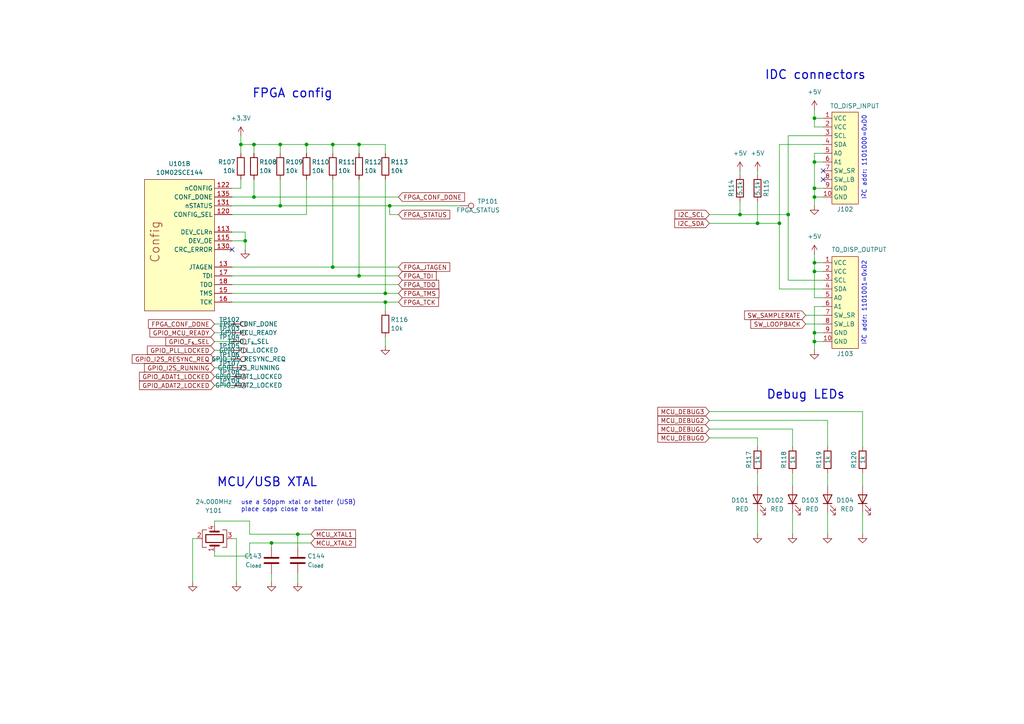
<source format=kicad_sch>
(kicad_sch (version 20250114) (generator "eeschema") (generator_version "9.0")
  (paper "A4")
  (title_block (title "16-in, 16-out USB <-> ADAT interface") (date "2025-09-29") (rev "1.0a") (company "Rethera") (comment 1 "Drawn by Łukasz Świszcz"))
  (lib_symbols
    (symbol "Connector:TestPoint" (pin_numbers (hide yes)) (pin_names (offset 0.762) (hide yes))
      (property "Reference" "TP" (at 0 6.858 0))
      (property "Value" "TestPoint" (at 0 5.08 0))
      (symbol "TestPoint_0_1"
        (circle (center 0 3.302) (radius 0.762))
      )
      (symbol "TestPoint_1_1"
        (pin passive line (at 0 0 90) (length 2.54) (name "1") (number "1"))
      )
    )
    (symbol "Connector_Display_1"
      (property "Reference" "J" (at 0 -12.446 0))
      (symbol "Connector_Display_1_1_1"
        (rectangle (start -3.81 15.748) (end 3.81 -10.922) (fill (type background)))
        (pin power_in line (at -6.35 13.97 0) (length 2.54) (name "VCC") (number "1"))
        (pin power_in line (at -6.35 11.43 0) (length 2.54) (name "VCC") (number "2"))
        (pin bidirectional line (at -6.35 8.89 0) (length 2.54) (name "SCL") (number "3"))
        (pin bidirectional line (at -6.35 6.35 0) (length 2.54) (name "SDA") (number "4"))
        (pin bidirectional line (at -6.35 3.81 0) (length 2.54) (name "A0") (number "5"))
        (pin bidirectional line (at -6.35 1.27 0) (length 2.54) (name "A1") (number "6"))
        (pin bidirectional line (at -6.35 -1.27 0) (length 2.54) (name "SW_SR") (number "7"))
        (pin bidirectional line (at -6.35 -3.81 0) (length 2.54) (name "SW_LB") (number "8"))
        (pin power_in line (at -6.35 -6.35 0) (length 2.54) (name "GND") (number "9"))
        (pin power_in line (at -6.35 -8.89 0) (length 2.54) (name "GND") (number "10"))
      )
    )
    (symbol "Device:C" (pin_numbers (hide yes)) (pin_names (offset 0.254))
      (property "Reference" "C" (at 0.635 2.54 0))
      (property "Value" "C" (at 0.635 -2.54 0))
      (symbol "C_0_1"
        (polyline (pts (xy -2.032 0.762) (xy 2.032 0.762)) (stroke (width 0.508)))
        (polyline (pts (xy -2.032 -0.762) (xy 2.032 -0.762)) (stroke (width 0.508)))
      )
      (symbol "C_1_1"
        (pin passive line (at 0 3.81 270) (length 2.794) (name "~") (number "1"))
        (pin passive line (at 0 -3.81 90) (length 2.794) (name "~") (number "2"))
      )
    )
    (symbol "Device:Crystal_GND23" (pin_names (offset 1.016) (hide yes))
      (property "Reference" "Y" (at 3.175 5.08 0))
      (property "Value" "Crystal_GND23" (at 3.175 3.175 0))
      (symbol "Crystal_GND23_0_1"
        (polyline (pts (xy -2.54 2.286) (xy -2.54 3.556) (xy 2.54 3.556) (xy 2.54 2.286)))
        (polyline (pts (xy -2.54 0) (xy -2.032 0)))
        (polyline (pts (xy -2.54 -2.286) (xy -2.54 -3.556) (xy 2.54 -3.556) (xy 2.54 -2.286)))
        (polyline (pts (xy -2.032 -1.27) (xy -2.032 1.27)) (stroke (width 0.508)))
        (rectangle (start -1.143 2.54) (end 1.143 -2.54) (stroke (width 0.3048)))
        (polyline (pts (xy 0 3.556) (xy 0 3.81)))
        (polyline (pts (xy 0 -3.81) (xy 0 -3.556)))
        (polyline (pts (xy 2.032 0) (xy 2.54 0)))
        (polyline (pts (xy 2.032 -1.27) (xy 2.032 1.27)) (stroke (width 0.508)))
      )
      (symbol "Crystal_GND23_1_1"
        (pin passive line (at -3.81 0 0) (length 1.27) (name "1") (number "1"))
        (pin passive line (at 0 5.08 270) (length 1.27) (name "2") (number "2"))
        (pin passive line (at 0 -5.08 90) (length 1.27) (name "3") (number "3"))
        (pin passive line (at 3.81 0 180) (length 1.27) (name "4") (number "4"))
      )
    )
    (symbol "Device:LED" (pin_numbers (hide yes)) (pin_names (offset 1.016) (hide yes))
      (property "Reference" "D" (at 0 2.54 0))
      (property "Value" "LED" (at 0 -2.54 0))
      (symbol "LED_0_1"
        (polyline (pts (xy -3.048 -0.762) (xy -4.572 -2.286) (xy -3.81 -2.286) (xy -4.572 -2.286) (xy -4.572 -1.524)))
        (polyline (pts (xy -1.778 -0.762) (xy -3.302 -2.286) (xy -2.54 -2.286) (xy -3.302 -2.286) (xy -3.302 -1.524)))
        (polyline (pts (xy -1.27 0) (xy 1.27 0)))
        (polyline (pts (xy -1.27 -1.27) (xy -1.27 1.27)) (stroke (width 0.254)))
        (polyline (pts (xy 1.27 -1.27) (xy 1.27 1.27) (xy -1.27 0) (xy 1.27 -1.27)) (stroke (width 0.254)))
      )
      (symbol "LED_1_1"
        (pin passive line (at -3.81 0 0) (length 2.54) (name "K") (number "1"))
        (pin passive line (at 3.81 0 180) (length 2.54) (name "A") (number "2"))
      )
    )
    (symbol "Device:R" (pin_numbers (hide yes)) (pin_names (offset 0))
      (property "Reference" "R" (at 2.032 0 90))
      (property "Value" "R" (at 0 0 90))
      (symbol "R_0_1"
        (rectangle (start -1.016 -2.54) (end 1.016 2.54) (stroke (width 0.254)))
      )
      (symbol "R_1_1"
        (pin passive line (at 0 3.81 270) (length 1.27) (name "~") (number "1"))
        (pin passive line (at 0 -3.81 90) (length 1.27) (name "~") (number "2"))
      )
    )
    (symbol "adatv2:10M02SCE144"
      (property "Reference" "U" (at 0 57.15 0))
      (property "Value" "10M02SCE144" (at 0 54.864 0))
      (symbol "10M02SCE144_1_0"
        (pin power_in line (at -33.02 15.24 0) (length 5.08) (name "VCCIO1") (number "22"))
        (pin power_in line (at -33.02 12.7 0) (length 5.08) (name "VCCIO1") (number "12"))
        (pin power_in line (at -33.02 10.16 0) (length 5.08) (name "VCCIO2") (number "29"))
        (pin power_in line (at -33.02 7.62 0) (length 5.08) (name "VCCIO3") (number "64"))
        (pin power_in line (at -33.02 5.08 0) (length 5.08) (name "VCCIO3") (number "56"))
        (pin power_in line (at -33.02 2.54 0) (length 5.08) (name "VCCIO3") (number "43"))
        (pin power_in line (at -33.02 0 0) (length 5.08) (name "VCCIO5") (number "82"))
        (pin power_in line (at -33.02 -2.54 0) (length 5.08) (name "VCCIO6") (number "93"))
        (pin power_in line (at -33.02 -5.08 0) (length 5.08) (name "VCCIO6") (number "102"))
        (pin power_in line (at -33.02 -7.62 0) (length 5.08) (name "VCCIO8") (number "136"))
        (pin power_in line (at -33.02 -10.16 0) (length 5.08) (name "VCCIO8") (number "121"))
        (pin power_in line (at -33.02 -12.7 0) (length 5.08) (name "VCCIO8") (number "111"))
        (pin power_in line (at -17.78 -22.86 90) (length 5.08) (name "GND") (number "104"))
        (pin power_in line (at -15.24 -22.86 90) (length 5.08) (name "GND") (number "11"))
        (pin power_in line (at -13.97 25.4 270) (length 5.08) (name "VCC_ONE") (number "73"))
        (pin power_in line (at -12.7 -22.86 90) (length 5.08) (name "GND") (number "110"))
        (pin power_in line (at -11.43 25.4 270) (length 5.08) (name "VCC_ONE") (number "72"))
        (pin power_in line (at -10.16 -22.86 90) (length 5.08) (name "GND") (number "119"))
        (pin power_in line (at -8.89 25.4 270) (length 5.08) (name "VCC_ONE") (number "58"))
        (pin power_in line (at -7.62 -22.86 90) (length 5.08) (name "GND") (number "133"))
        (pin power_in line (at -6.35 25.4 270) (length 5.08) (name "VCC_ONE") (number "37"))
        (pin power_in line (at -5.08 -22.86 90) (length 5.08) (name "GND") (number "143"))
        (pin power_in line (at -3.81 25.4 270) (length 5.08) (name "VCC_ONE") (number "36"))
        (pin power_in line (at -2.54 -22.86 90) (length 5.08) (name "GND") (number "20"))
        (pin power_in line (at -1.27 25.4 270) (length 5.08) (name "VCC_ONE") (number "144"))
        (pin power_in line (at 0 -22.86 90) (length 5.08) (name "GND") (number "30"))
        (pin power_in line (at 1.27 25.4 270) (length 5.08) (name "VCC_ONE") (number "142"))
        (pin power_in line (at 2.54 -22.86 90) (length 5.08) (name "GND") (number "38"))
        (pin power_in line (at 3.81 25.4 270) (length 5.08) (name "VCC_ONE") (number "132"))
        (pin power_in line (at 5.08 -22.86 90) (length 5.08) (name "GND") (number "45"))
        (pin power_in line (at 6.35 25.4 270) (length 5.08) (name "VCC_ONE") (number "118"))
        (pin power_in line (at 7.62 -22.86 90) (length 5.08) (name "GND") (number "57"))
        (pin power_in line (at 8.89 25.4 270) (length 5.08) (name "VCC_ONE") (number "109"))
        (pin power_in line (at 10.16 -22.86 90) (length 5.08) (name "GND") (number "66"))
        (pin power_in line (at 11.43 25.4 270) (length 5.08) (name "VCC_ONE") (number "108"))
        (pin power_in line (at 12.7 -22.86 90) (length 5.08) (name "GND") (number "83"))
        (pin power_in line (at 13.97 25.4 270) (length 5.08) (name "VCC_ONE") (number "1"))
        (pin power_in line (at 15.24 -22.86 90) (length 5.08) (name "GND") (number "96"))
        (pin power_in line (at 33.02 5.08 180) (length 5.08) (name "VCCA1") (number "35"))
        (pin power_in line (at 33.02 2.54 180) (length 5.08) (name "VCCA2") (number "34"))
        (pin power_in line (at 33.02 0 180) (length 5.08) (name "VCCA3") (number "107"))
        (pin power_in line (at 33.02 -2.54 180) (length 5.08) (name "VCCA4") (number "2"))
        (pin power_in line (at 33.02 -5.08 180) (length 5.08) (name "VCCA5") (number "71"))
      )
      (symbol "10M02SCE144_1_1"
        (rectangle (start -27.94 20.32) (end 27.94 -17.78) (fill (type background)))
        (text "Power Supply" (at 0 0 0) (effects (font (size 2.54 2.54))))
        (pin power_in line (at 17.78 -22.86 90) (length 5.08) (name "PAD") (number "145"))
      )
      (symbol "10M02SCE144_2_0"
        (pin input line (at 15.24 15.24 180) (length 5.08) (name "nCONFIG") (number "122"))
        (pin bidirectional line (at 15.24 12.7 180) (length 5.08) (name "CONF_DONE") (number "135"))
        (pin bidirectional line (at 15.24 10.16 180) (length 5.08) (name "nSTATUS") (number "131"))
        (pin bidirectional line (at 15.24 7.62 180) (length 5.08) (name "CONFIG_SEL") (number "120"))
        (pin bidirectional line (at 15.24 2.54 180) (length 5.08) (name "DEV_CLRn") (number "113"))
        (pin bidirectional line (at 15.24 0 180) (length 5.08) (name "DEV_OE") (number "115"))
        (pin bidirectional line (at 15.24 -2.54 180) (length 5.08) (name "CRC_ERROR") (number "130"))
        (pin bidirectional line (at 15.24 -7.62 180) (length 5.08) (name "JTAGEN") (number "13"))
        (pin bidirectional line (at 15.24 -10.16 180) (length 5.08) (name "TDI") (number "17"))
        (pin bidirectional line (at 15.24 -12.7 180) (length 5.08) (name "TDO") (number "18"))
        (pin bidirectional line (at 15.24 -15.24 180) (length 5.08) (name "TMS") (number "15"))
        (pin bidirectional line (at 15.24 -17.78 180) (length 5.08) (name "TCK") (number "16"))
      )
      (symbol "10M02SCE144_2_1"
        (rectangle (start -10.16 17.78) (end 10.16 -20.32) (fill (type background)))
        (text "Config" (at -7.112 -0.254 900) (effects (font (size 2.54 2.54))))
      )
      (symbol "10M02SCE144_3_0"
        (pin bidirectional line (at 16.51 17.78 180) (length 5.08) (name "IO3") (number "3"))
        (pin bidirectional line (at 16.51 15.24 180) (length 5.08) (name "IO4") (number "4"))
        (pin bidirectional line (at 16.51 12.7 180) (length 5.08) (name "IO5") (number "5"))
        (pin bidirectional line (at 16.51 10.16 180) (length 5.08) (name "IO6") (number "6"))
        (pin bidirectional line (at 16.51 7.62 180) (length 5.08) (name "IO7") (number "7"))
        (pin bidirectional line (at 16.51 5.08 180) (length 5.08) (name "IO8") (number "8"))
        (pin bidirectional line (at 16.51 2.54 180) (length 5.08) (name "IO9") (number "9"))
        (pin bidirectional line (at 16.51 0 180) (length 5.08) (name "IO10") (number "10"))
        (pin bidirectional line (at 16.51 -7.62 180) (length 5.08) (name "IO14/VREFB1N0") (number "14"))
        (pin bidirectional line (at 16.51 -10.16 180) (length 5.08) (name "IO19") (number "19"))
        (pin bidirectional line (at 16.51 -12.7 180) (length 5.08) (name "IO21") (number "21"))
        (pin bidirectional line (at 16.51 -15.24 180) (length 5.08) (name "IO23") (number "23"))
        (pin bidirectional line (at 16.51 -17.78 180) (length 5.08) (name "IO24") (number "24"))
      )
      (symbol "10M02SCE144_3_1"
        (rectangle (start -11.43 20.32) (end 11.43 -20.32) (fill (type background)))
        (text "Bank 1A" (at -8.89 11.176 900) (effects (font (size 2.54 2.54))))
        (text "Bank 1B" (at -8.89 -11.176 900) (effects (font (size 2.54 2.54))))
      )
      (symbol "10M02SCE144_4_0"
        (pin bidirectional line (at 17.78 7.62 180) (length 5.08) (name "IO25/CLK0n") (number "25"))
        (pin bidirectional line (at 17.78 5.08 180) (length 5.08) (name "IO26/CLK0p") (number "26"))
        (pin bidirectional line (at 17.78 2.54 180) (length 5.08) (name "IO27/CLK1n") (number "27"))
        (pin bidirectional line (at 17.78 0 180) (length 5.08) (name "IO28/CLK1p") (number "28"))
        (pin bidirectional line (at 17.78 -2.54 180) (length 5.08) (name "IO31/VREFB2N0") (number "31"))
        (pin bidirectional line (at 17.78 -5.08 180) (length 5.08) (name "IO32/PLL_L_CLKOUTn") (number "32"))
        (pin bidirectional line (at 17.78 -7.62 180) (length 5.08) (name "IO33/PLL_L_CLKOUTp") (number "33"))
      )
      (symbol "10M02SCE144_4_1"
        (rectangle (start -13.97 11.43) (end 12.7 -11.43) (fill (type background)))
        (text "Bank 2" (at -11.43 0 900) (effects (font (size 2.54 2.54))))
      )
      (symbol "10M02SCE144_5_0"
        (pin bidirectional line (at 11.43 30.48 180) (length 5.08) (name "IO39") (number "39"))
        (pin bidirectional line (at 11.43 27.94 180) (length 5.08) (name "IO40") (number "40"))
        (pin bidirectional line (at 11.43 25.4 180) (length 5.08) (name "IO41") (number "41"))
        (pin bidirectional line (at 11.43 22.86 180) (length 5.08) (name "IO42") (number "42"))
        (pin bidirectional line (at 11.43 20.32 180) (length 5.08) (name "IO44") (number "44"))
        (pin bidirectional line (at 11.43 17.78 180) (length 5.08) (name "IO46") (number "46"))
        (pin bidirectional line (at 11.43 15.24 180) (length 5.08) (name "IO47") (number "47"))
        (pin bidirectional line (at 11.43 12.7 180) (length 5.08) (name "IO48") (number "48"))
        (pin bidirectional line (at 11.43 10.16 180) (length 5.08) (name "IO49") (number "49"))
        (pin bidirectional line (at 11.43 7.62 180) (length 5.08) (name "IO50") (number "50"))
        (pin bidirectional line (at 11.43 5.08 180) (length 5.08) (name "IO51") (number "51"))
        (pin bidirectional line (at 11.43 2.54 180) (length 5.08) (name "IO52") (number "52"))
        (pin bidirectional line (at 11.43 0 180) (length 5.08) (name "IO53") (number "53"))
        (pin bidirectional line (at 11.43 -2.54 180) (length 5.08) (name "IO54") (number "54"))
        (pin bidirectional line (at 11.43 -5.08 180) (length 5.08) (name "IO55/VREFB3N0") (number "55"))
        (pin bidirectional line (at 11.43 -7.62 180) (length 5.08) (name "IO59") (number "59"))
        (pin bidirectional line (at 11.43 -10.16 180) (length 5.08) (name "IO60") (number "60"))
        (pin bidirectional line (at 11.43 -12.7 180) (length 5.08) (name "IO61") (number "61"))
        (pin bidirectional line (at 11.43 -15.24 180) (length 5.08) (name "IO62") (number "62"))
        (pin bidirectional line (at 11.43 -17.78 180) (length 5.08) (name "IO63") (number "63"))
        (pin bidirectional line (at 11.43 -20.32 180) (length 5.08) (name "IO65") (number "65"))
        (pin bidirectional line (at 11.43 -22.86 180) (length 5.08) (name "IO67") (number "67"))
        (pin bidirectional line (at 11.43 -25.4 180) (length 5.08) (name "IO68") (number "68"))
        (pin bidirectional line (at 11.43 -27.94 180) (length 5.08) (name "IO69") (number "69"))
        (pin bidirectional line (at 11.43 -30.48 180) (length 5.08) (name "IO70") (number "70"))
      )
      (symbol "10M02SCE144_5_1"
        (rectangle (start -13.97 33.02) (end 6.35 -33.02) (fill (type background)))
        (text "Bank 3" (at -11.43 0 900) (effects (font (size 2.54 2.54))))
      )
      (symbol "10M02SCE144_6_0"
        (pin bidirectional line (at 15.24 13.97 180) (length 5.08) (name "IO74") (number "74"))
        (pin bidirectional line (at 15.24 11.43 180) (length 5.08) (name "IO75") (number "75"))
        (pin bidirectional line (at 15.24 8.89 180) (length 5.08) (name "IO76") (number "76"))
        (pin bidirectional line (at 15.24 6.35 180) (length 5.08) (name "IO77") (number "77"))
        (pin bidirectional line (at 15.24 3.81 180) (length 5.08) (name "IO78") (number "78"))
        (pin bidirectional line (at 15.24 1.27 180) (length 5.08) (name "IO79") (number "79"))
        (pin bidirectional line (at 15.24 -1.27 180) (length 5.08) (name "IO80/VREFB5N0") (number "80"))
        (pin bidirectional line (at 15.24 -3.81 180) (length 5.08) (name "IO81") (number "81"))
        (pin bidirectional line (at 15.24 -6.35 180) (length 5.08) (name "IO84") (number "84"))
        (pin bidirectional line (at 15.24 -8.89 180) (length 5.08) (name "IO85") (number "85"))
        (pin bidirectional line (at 15.24 -11.43 180) (length 5.08) (name "IO86") (number "86"))
        (pin bidirectional line (at 15.24 -13.97 180) (length 5.08) (name "IO87") (number "87"))
      )
      (symbol "10M02SCE144_6_1"
        (rectangle (start -10.16 16.51) (end 10.16 -16.51) (fill (type background)))
        (text "Bank 5" (at -7.62 0 900) (effects (font (size 2.54 2.54))))
      )
      (symbol "10M02SCE144_7_0"
        (pin bidirectional line (at 15.24 17.78 180) (length 5.08) (name "IO88/CLK2p") (number "88"))
        (pin bidirectional line (at 15.24 15.24 180) (length 5.08) (name "IO89/CLK2n") (number "89"))
        (pin bidirectional line (at 15.24 12.7 180) (length 5.08) (name "IO90/CLK3p") (number "90"))
        (pin bidirectional line (at 15.24 10.16 180) (length 5.08) (name "IO91/CLK3n") (number "91"))
        (pin bidirectional line (at 15.24 7.62 180) (length 5.08) (name "IO92/VREFB6N0") (number "92"))
        (pin bidirectional line (at 15.24 5.08 180) (length 5.08) (name "IO94/DPCLK3") (number "94"))
        (pin bidirectional line (at 15.24 2.54 180) (length 5.08) (name "IO95/DPCLK2") (number "95"))
        (pin bidirectional line (at 15.24 0 180) (length 5.08) (name "IO97") (number "97"))
        (pin bidirectional line (at 15.24 -2.54 180) (length 5.08) (name "IO98") (number "98"))
        (pin bidirectional line (at 15.24 -5.08 180) (length 5.08) (name "IO99") (number "99"))
        (pin bidirectional line (at 15.24 -7.62 180) (length 5.08) (name "IO100") (number "100"))
        (pin bidirectional line (at 15.24 -10.16 180) (length 5.08) (name "IO101") (number "101"))
        (pin bidirectional line (at 15.24 -12.7 180) (length 5.08) (name "IO103") (number "103"))
        (pin bidirectional line (at 15.24 -15.24 180) (length 5.08) (name "IO105") (number "105"))
        (pin bidirectional line (at 15.24 -17.78 180) (length 5.08) (name "IO106") (number "106"))
      )
      (symbol "10M02SCE144_7_1"
        (rectangle (start -10.16 20.32) (end 10.16 -20.32) (fill (type background)))
        (text "Bank 6" (at -7.62 0 900) (effects (font (size 2.54 2.54))))
      )
      (symbol "10M02SCE144_8_0"
        (pin bidirectional line (at 15.24 20.32 180) (length 5.08) (name "IO112") (number "112"))
        (pin bidirectional line (at 15.24 17.78 180) (length 5.08) (name "IO114/VREFB8N0") (number "114"))
        (pin bidirectional line (at 15.24 15.24 180) (length 5.08) (name "IO116") (number "116"))
        (pin bidirectional line (at 15.24 12.7 180) (length 5.08) (name "IO117") (number "117"))
        (pin bidirectional line (at 15.24 10.16 180) (length 5.08) (name "IO123") (number "123"))
        (pin bidirectional line (at 15.24 7.62 180) (length 5.08) (name "IO124") (number "124"))
        (pin bidirectional line (at 15.24 5.08 180) (length 5.08) (name "IO125") (number "125"))
        (pin bidirectional line (at 15.24 2.54 180) (length 5.08) (name "IO126") (number "126"))
        (pin bidirectional line (at 15.24 0 180) (length 5.08) (name "IO127") (number "127"))
        (pin bidirectional line (at 15.24 -2.54 180) (length 5.08) (name "IO128") (number "128"))
        (pin bidirectional line (at 15.24 -5.08 180) (length 5.08) (name "IO129") (number "129"))
        (pin bidirectional line (at 15.24 -7.62 180) (length 5.08) (name "IO134") (number "134"))
        (pin bidirectional line (at 15.24 -10.16 180) (length 5.08) (name "IO137") (number "137"))
        (pin bidirectional line (at 15.24 -12.7 180) (length 5.08) (name "IO138") (number "138"))
        (pin bidirectional line (at 15.24 -15.24 180) (length 5.08) (name "IO139") (number "139"))
        (pin bidirectional line (at 15.24 -17.78 180) (length 5.08) (name "IO140") (number "140"))
        (pin bidirectional line (at 15.24 -20.32 180) (length 5.08) (name "IO141") (number "141"))
      )
      (symbol "10M02SCE144_8_1"
        (rectangle (start -10.16 22.86) (end 10.16 -22.86) (fill (type background)))
        (text "Bank 8" (at -7.366 -1.016 900) (effects (font (size 2.54 2.54))))
      )
    )
    (symbol "adatv2:Connector_Display"
      (property "Reference" "J" (at 0 -12.446 0))
      (symbol "Connector_Display_1_1"
        (rectangle (start -3.81 15.748) (end 3.81 -10.922) (fill (type background)))
        (pin power_in line (at -6.35 13.97 0) (length 2.54) (name "VCC") (number "1"))
        (pin power_in line (at -6.35 11.43 0) (length 2.54) (name "VCC") (number "2"))
        (pin bidirectional line (at -6.35 8.89 0) (length 2.54) (name "SCL") (number "3"))
        (pin bidirectional line (at -6.35 6.35 0) (length 2.54) (name "SDA") (number "4"))
        (pin bidirectional line (at -6.35 3.81 0) (length 2.54) (name "A0") (number "5"))
        (pin bidirectional line (at -6.35 1.27 0) (length 2.54) (name "A1") (number "6"))
        (pin bidirectional line (at -6.35 -1.27 0) (length 2.54) (name "SW_SR") (number "7"))
        (pin bidirectional line (at -6.35 -3.81 0) (length 2.54) (name "SW_LB") (number "8"))
        (pin power_in line (at -6.35 -6.35 0) (length 2.54) (name "GND") (number "9"))
        (pin power_in line (at -6.35 -8.89 0) (length 2.54) (name "GND") (number "10"))
      )
    )
    (symbol "power:+3.3V" (power) (pin_numbers (hide yes)) (pin_names (offset 0) (hide yes))
      (property "Value" "+3.3V" (at 0 3.556 0))
      (symbol "+3.3V_0_1"
        (polyline (pts (xy -0.762 1.27) (xy 0 2.54)))
        (polyline (pts (xy 0 2.54) (xy 0.762 1.27)))
        (polyline (pts (xy 0 0) (xy 0 2.54)))
      )
      (symbol "+3.3V_1_1"
        (pin power_in line (at 0 0 90) (length 0) (name "~") (number "1"))
      )
    )
    (symbol "power:+5V" (power) (pin_numbers (hide yes)) (pin_names (offset 0) (hide yes))
      (property "Value" "+5V" (at 0 3.556 0))
      (symbol "+5V_0_1"
        (polyline (pts (xy -0.762 1.27) (xy 0 2.54)))
        (polyline (pts (xy 0 2.54) (xy 0.762 1.27)))
        (polyline (pts (xy 0 0) (xy 0 2.54)))
      )
      (symbol "+5V_1_1"
        (pin power_in line (at 0 0 90) (length 0) (name "~") (number "1"))
      )
    )
    (symbol "power:GND" (power) (pin_numbers (hide yes)) (pin_names (offset 0) (hide yes))
      (property "Value" "GND" (at 0 -3.81 0))
      (symbol "GND_0_1"
        (polyline (pts (xy 0 0) (xy 0 -1.27) (xy 1.27 -1.27) (xy 0 -2.54) (xy -1.27 -1.27) (xy 0 -1.27)))
      )
      (symbol "GND_1_1"
        (pin power_in line (at 0 0 270) (length 0) (name "~") (number "1"))
      )
    )
  )
  (text "FPGA config" (at 84.836 27.178 0) (effects (font (size 2.54 2.54) (thickness 0.3175))))
  (text "Debug LEDs" (at 233.68 114.554 0) (effects (font (size 2.54 2.54) (thickness 0.3175))))
  (text "MCU/USB XTAL" (at 77.47 139.954 0) (effects (font (size 2.54 2.54) (thickness 0.3175))))
  (text "I^{2}C addr: 1101000=0xD0" (at 250.698 45.72 90) (effects (font (size 1.27 1.27))))
  (text "use a 50ppm xtal or better (USB)\nplace caps close to xtal" (at 69.85 146.812 0) (effects (font (size 1.27 1.27)) (justify left)))
  (text "I^{2}C addr: 1101001=0xD2" (at 250.698 87.884 90) (effects (font (size 1.27 1.27))))
  (text "IDC connectors" (at 236.474 21.844 0) (effects (font (size 2.54 2.54) (thickness 0.3175))))
  (junction (at 96.52 77.47))
  (junction (at 226.06 64.77))
  (junction (at 88.9 41.91))
  (junction (at 214.63 62.23))
  (junction (at 236.22 96.52))
  (junction (at 236.22 54.61))
  (junction (at 236.22 78.74))
  (junction (at 78.74 157.48))
  (junction (at 96.52 41.91))
  (junction (at 104.14 41.91))
  (junction (at 69.85 41.91))
  (junction (at 236.22 57.15))
  (junction (at 73.66 57.15))
  (junction (at 86.36 154.94))
  (junction (at 111.76 85.09))
  (junction (at 81.28 41.91))
  (junction (at 111.76 87.63))
  (junction (at 73.66 41.91))
  (junction (at 219.71 64.77))
  (junction (at 228.6 62.23))
  (junction (at 81.28 59.69))
  (junction (at 236.22 46.99))
  (junction (at 236.22 34.29))
  (junction (at 71.12 69.85))
  (junction (at 236.22 76.2))
  (junction (at 113.03 59.69))
  (junction (at 104.14 80.01))
  (junction (at 236.22 99.06))
  (no_connect (at 67.31 72.39))
  (no_connect (at 238.76 49.53))
  (no_connect (at 238.76 52.07))
  (wire (pts (xy 236.22 96.52) (xy 236.22 99.06)))
  (wire (pts (xy 104.14 52.07) (xy 104.14 80.01)))
  (wire (pts (xy 96.52 77.47) (xy 67.31 77.47)))
  (wire (pts (xy 96.52 77.47) (xy 115.57 77.47)))
  (wire (pts (xy 67.31 82.55) (xy 115.57 82.55)))
  (wire (pts (xy 62.23 106.68) (xy 67.31 106.68)))
  (wire (pts (xy 78.74 166.37) (xy 78.74 168.91)))
  (wire (pts (xy 62.23 151.13) (xy 72.39 151.13)))
  (wire (pts (xy 71.12 67.31) (xy 71.12 69.85)))
  (wire (pts (xy 229.87 129.54) (xy 229.87 124.46)))
  (wire (pts (xy 81.28 59.69) (xy 113.03 59.69)))
  (wire (pts (xy 113.03 59.69) (xy 133.35 59.69)))
  (wire (pts (xy 238.76 44.45) (xy 236.22 44.45)))
  (wire (pts (xy 219.71 137.16) (xy 219.71 140.97)))
  (wire (pts (xy 113.03 59.69) (xy 113.03 62.23)))
  (wire (pts (xy 69.85 41.91) (xy 69.85 44.45)))
  (wire (pts (xy 88.9 44.45) (xy 88.9 41.91)))
  (wire (pts (xy 236.22 99.06) (xy 236.22 101.6)))
  (wire (pts (xy 238.76 36.83) (xy 236.22 36.83)))
  (wire (pts (xy 62.23 101.6) (xy 67.31 101.6)))
  (wire (pts (xy 205.74 119.38) (xy 250.19 119.38)))
  (wire (pts (xy 238.76 78.74) (xy 236.22 78.74)))
  (wire (pts (xy 250.19 137.16) (xy 250.19 140.97)))
  (wire (pts (xy 62.23 104.14) (xy 67.2835 104.14)))
  (wire (pts (xy 229.87 137.16) (xy 229.87 140.97)))
  (wire (pts (xy 226.06 83.82) (xy 238.76 83.82)))
  (wire (pts (xy 73.66 57.15) (xy 67.31 57.15)))
  (wire (pts (xy 67.31 67.31) (xy 71.12 67.31)))
  (wire (pts (xy 219.71 58.42) (xy 219.71 64.77)))
  (wire (pts (xy 86.36 154.94) (xy 90.17 154.94)))
  (wire (pts (xy 238.76 86.36) (xy 236.22 86.36)))
  (wire (pts (xy 62.23 93.98) (xy 67.31 93.98)))
  (wire (pts (xy 67.31 87.63) (xy 111.76 87.63)))
  (wire (pts (xy 78.74 157.48) (xy 72.39 157.48)))
  (wire (pts (xy 88.9 52.07) (xy 88.9 62.23)))
  (wire (pts (xy 104.14 80.01) (xy 115.57 80.01)))
  (wire (pts (xy 81.28 41.91) (xy 88.9 41.91)))
  (wire (pts (xy 73.66 44.45) (xy 73.66 41.91)))
  (wire (pts (xy 73.66 52.07) (xy 73.66 57.15)))
  (wire (pts (xy 236.22 57.15) (xy 238.76 57.15)))
  (wire (pts (xy 96.52 41.91) (xy 88.9 41.91)))
  (wire (pts (xy 111.76 87.63) (xy 111.76 90.17)))
  (wire (pts (xy 250.19 148.59) (xy 250.19 154.94)))
  (wire (pts (xy 81.28 44.45) (xy 81.28 41.91)))
  (wire (pts (xy 111.76 44.45) (xy 111.76 41.91)))
  (wire (pts (xy 236.22 31.75) (xy 236.22 34.29)))
  (wire (pts (xy 72.39 154.94) (xy 86.36 154.94)))
  (wire (pts (xy 96.52 44.45) (xy 96.52 41.91)))
  (wire (pts (xy 62.23 161.29) (xy 62.23 160.02)))
  (wire (pts (xy 62.23 111.76) (xy 67.31 111.76)))
  (wire (pts (xy 240.03 137.16) (xy 240.03 140.97)))
  (wire (pts (xy 236.22 76.2) (xy 236.22 78.74)))
  (wire (pts (xy 233.68 93.98) (xy 238.76 93.98)))
  (wire (pts (xy 67.31 85.09) (xy 111.76 85.09)))
  (wire (pts (xy 69.85 54.61) (xy 67.31 54.61)))
  (wire (pts (xy 55.88 156.21) (xy 57.15 156.21)))
  (wire (pts (xy 71.12 69.85) (xy 71.12 72.39)))
  (wire (pts (xy 113.03 62.23) (xy 115.57 62.23)))
  (wire (pts (xy 229.87 148.59) (xy 229.87 154.94)))
  (wire (pts (xy 78.74 157.48) (xy 78.74 158.75)))
  (wire (pts (xy 228.6 62.23) (xy 228.6 81.28)))
  (wire (pts (xy 111.76 97.79) (xy 111.76 100.33)))
  (wire (pts (xy 205.74 124.46) (xy 229.87 124.46)))
  (wire (pts (xy 238.76 54.61) (xy 236.22 54.61)))
  (wire (pts (xy 236.22 57.15) (xy 236.22 59.69)))
  (wire (pts (xy 72.39 157.48) (xy 72.39 161.29)))
  (wire (pts (xy 71.12 69.85) (xy 67.31 69.85)))
  (wire (pts (xy 219.71 148.59) (xy 219.71 154.94)))
  (wire (pts (xy 104.14 80.01) (xy 67.31 80.01)))
  (wire (pts (xy 238.76 39.37) (xy 228.6 39.37)))
  (wire (pts (xy 86.36 154.94) (xy 86.36 158.75)))
  (wire (pts (xy 72.39 151.13) (xy 72.39 154.94)))
  (wire (pts (xy 73.66 57.15) (xy 115.57 57.15)))
  (wire (pts (xy 96.52 52.07) (xy 96.52 77.47)))
  (wire (pts (xy 86.36 166.37) (xy 86.36 168.91)))
  (wire (pts (xy 236.22 73.66) (xy 236.22 76.2)))
  (wire (pts (xy 73.66 41.91) (xy 69.85 41.91)))
  (wire (pts (xy 214.63 62.23) (xy 228.6 62.23)))
  (wire (pts (xy 67.31 59.69) (xy 81.28 59.69)))
  (wire (pts (xy 233.68 91.44) (xy 238.76 91.44)))
  (wire (pts (xy 88.9 62.23) (xy 67.31 62.23)))
  (wire (pts (xy 69.85 52.07) (xy 69.85 54.61)))
  (wire (pts (xy 219.71 49.53) (xy 219.71 50.8)))
  (wire (pts (xy 238.76 41.91) (xy 226.06 41.91)))
  (wire (pts (xy 55.88 168.91) (xy 55.88 156.21)))
  (wire (pts (xy 111.76 85.09) (xy 115.57 85.09)))
  (wire (pts (xy 228.6 81.28) (xy 238.76 81.28)))
  (wire (pts (xy 205.74 127) (xy 219.71 127)))
  (wire (pts (xy 219.71 127) (xy 219.71 129.54)))
  (wire (pts (xy 214.63 49.53) (xy 214.63 50.8)))
  (wire (pts (xy 236.22 86.36) (xy 236.22 78.74)))
  (wire (pts (xy 240.03 148.59) (xy 240.03 154.94)))
  (wire (pts (xy 250.19 129.54) (xy 250.19 119.38)))
  (wire (pts (xy 214.63 58.42) (xy 214.63 62.23)))
  (wire (pts (xy 226.06 41.91) (xy 226.06 64.77)))
  (wire (pts (xy 111.76 87.63) (xy 115.57 87.63)))
  (wire (pts (xy 68.58 156.21) (xy 67.31 156.21)))
  (wire (pts (xy 205.74 121.92) (xy 240.03 121.92)))
  (wire (pts (xy 78.74 157.48) (xy 90.17 157.48)))
  (wire (pts (xy 238.76 96.52) (xy 236.22 96.52)))
  (wire (pts (xy 236.22 99.06) (xy 238.76 99.06)))
  (wire (pts (xy 236.22 88.9) (xy 236.22 96.52)))
  (wire (pts (xy 69.85 39.37) (xy 69.85 41.91)))
  (wire (pts (xy 238.76 88.9) (xy 236.22 88.9)))
  (wire (pts (xy 236.22 46.99) (xy 236.22 54.61)))
  (wire (pts (xy 81.28 52.07) (xy 81.28 59.69)))
  (wire (pts (xy 236.22 44.45) (xy 236.22 46.99)))
  (wire (pts (xy 205.74 62.23) (xy 214.63 62.23)))
  (wire (pts (xy 236.22 76.2) (xy 238.76 76.2)))
  (wire (pts (xy 226.06 64.77) (xy 226.06 83.82)))
  (wire (pts (xy 62.23 109.22) (xy 67.31 109.22)))
  (wire (pts (xy 238.76 46.99) (xy 236.22 46.99)))
  (wire (pts (xy 111.76 52.07) (xy 111.76 85.09)))
  (wire (pts (xy 236.22 34.29) (xy 238.76 34.29)))
  (wire (pts (xy 104.14 41.91) (xy 96.52 41.91)))
  (wire (pts (xy 236.22 34.29) (xy 236.22 36.83)))
  (wire (pts (xy 111.76 41.91) (xy 104.14 41.91)))
  (wire (pts (xy 240.03 129.54) (xy 240.03 121.92)))
  (wire (pts (xy 104.14 41.91) (xy 104.14 44.45)))
  (wire (pts (xy 236.22 54.61) (xy 236.22 57.15)))
  (wire (pts (xy 73.66 41.91) (xy 81.28 41.91)))
  (wire (pts (xy 228.6 39.37) (xy 228.6 62.23)))
  (wire (pts (xy 62.23 96.52) (xy 67.31 96.52)))
  (wire (pts (xy 62.23 151.13) (xy 62.23 152.4)))
  (wire (pts (xy 205.74 64.77) (xy 219.71 64.77)))
  (wire (pts (xy 72.39 161.29) (xy 62.23 161.29)))
  (wire (pts (xy 68.58 168.91) (xy 68.58 156.21)))
  (wire (pts (xy 62.23 99.06) (xy 67.31 99.06)))
  (wire (pts (xy 219.71 64.77) (xy 226.06 64.77)))
  (global_label "FPGA_CONF_DONE" (shape input) (at 62.23 93.98 180) (property "Intersheetrefs" "${INTERSHEET_REFS}" (effects (hide yes))))
  (global_label "GPIO_ADAT1_LOCKED" (shape input) (at 62.23 109.22 180) (property "Intersheetrefs" "${INTERSHEET_REFS}" (effects (hide yes))))
  (global_label "FPGA_STATUS" (shape input) (at 115.57 62.23 0) (property "Intersheetrefs" "${INTERSHEET_REFS}" (effects (hide yes))))
  (global_label "FPGA_TDO" (shape input) (at 115.57 82.55 0) (property "Intersheetrefs" "${INTERSHEET_REFS}" (effects (hide yes))))
  (global_label "MCU_XTAL2" (shape input) (at 90.17 157.48 0) (property "Intersheetrefs" "${INTERSHEET_REFS}" (effects (hide yes))))
  (global_label "FPGA_TDI" (shape input) (at 115.57 80.01 0) (property "Intersheetrefs" "${INTERSHEET_REFS}" (effects (hide yes))))
  (global_label "I2C_SCL" (shape input) (at 205.74 62.23 180) (property "Intersheetrefs" "${INTERSHEET_REFS}" (effects (hide yes))))
  (global_label "FPGA_TMS" (shape input) (at 115.57 85.09 0) (property "Intersheetrefs" "${INTERSHEET_REFS}" (effects (hide yes))))
  (global_label "GPIO_MCU_READY" (shape input) (at 62.23 96.52 180) (property "Intersheetrefs" "${INTERSHEET_REFS}" (effects (hide yes))))
  (global_label "GPIO_PLL_LOCKED" (shape input) (at 62.23 101.6 180) (property "Intersheetrefs" "${INTERSHEET_REFS}" (effects (hide yes))))
  (global_label "FPGA_CONF_DONE" (shape input) (at 115.57 57.15 0) (property "Intersheetrefs" "${INTERSHEET_REFS}" (effects (hide yes))))
  (global_label "MCU_DEBUG0" (shape input) (at 205.74 127 180) (property "Intersheetrefs" "${INTERSHEET_REFS}" (effects (hide yes))))
  (global_label "GPIO_F_{s}_SEL" (shape input) (at 62.23 99.06 180) (property "Intersheetrefs" "${INTERSHEET_REFS}" (effects (hide yes))))
  (global_label "FPGA_TCK" (shape input) (at 115.57 87.63 0) (property "Intersheetrefs" "${INTERSHEET_REFS}" (effects (hide yes))))
  (global_label "GPIO_I2S_RESYNC_REQ" (shape input) (at 62.23 104.14 180) (property "Intersheetrefs" "${INTERSHEET_REFS}" (effects (hide yes))))
  (global_label "MCU_DEBUG2" (shape input) (at 205.74 121.92 180) (property "Intersheetrefs" "${INTERSHEET_REFS}" (effects (hide yes))))
  (global_label "I2C_SDA" (shape input) (at 205.74 64.77 180) (property "Intersheetrefs" "${INTERSHEET_REFS}" (effects (hide yes))))
  (global_label "MCU_XTAL1" (shape input) (at 90.17 154.94 0) (property "Intersheetrefs" "${INTERSHEET_REFS}" (effects (hide yes))))
  (global_label "SW_SAMPLERATE" (shape input) (at 233.68 91.44 180) (property "Intersheetrefs" "${INTERSHEET_REFS}" (effects (hide yes))))
  (global_label "GPIO_I2S_RUNNING" (shape input) (at 62.23 106.68 180) (property "Intersheetrefs" "${INTERSHEET_REFS}" (effects (hide yes))))
  (global_label "SW_LOOPBACK" (shape input) (at 233.68 93.98 180) (property "Intersheetrefs" "${INTERSHEET_REFS}" (effects (hide yes))))
  (global_label "MCU_DEBUG1" (shape input) (at 205.74 124.46 180) (property "Intersheetrefs" "${INTERSHEET_REFS}" (effects (hide yes))))
  (global_label "FPGA_JTAGEN" (shape input) (at 115.57 77.47 0) (property "Intersheetrefs" "${INTERSHEET_REFS}" (effects (hide yes))))
  (global_label "GPIO_ADAT2_LOCKED" (shape input) (at 62.23 111.76 180) (property "Intersheetrefs" "${INTERSHEET_REFS}" (effects (hide yes))))
  (global_label "MCU_DEBUG3" (shape input) (at 205.74 119.38 180) (property "Intersheetrefs" "${INTERSHEET_REFS}" (effects (hide yes))))
  (symbol (lib_id "power:GND") (at 250.19 154.94 0) (unit 1)
    (property "Reference" "#PWR050" (effects (hide yes)))
    (property "Value" "GND" (effects (hide yes)))
    (property "Description" "Power symbol creates a global label with name \"GND\" , ground" (effects (hide yes)))
  )
  (symbol (lib_id "power:GND") (at 111.76 100.33 0) (unit 1)
    (property "Reference" "#PWR016" (effects (hide yes)))
    (property "Value" "GND" (effects (hide yes)))
    (property "Description" "Power symbol creates a global label with name \"GND\" , ground" (effects (hide yes)))
  )
  (symbol (lib_id "power:GND") (at 219.71 154.94 0) (unit 1)
    (property "Reference" "#PWR047" (effects (hide yes)))
    (property "Value" "GND" (effects (hide yes)))
    (property "Description" "Power symbol creates a global label with name \"GND\" , ground" (effects (hide yes)))
  )
  (symbol (lib_id "power:+3.3V") (at 69.85 39.37 0) (unit 1)
    (property "Reference" "#PWR014" (effects (hide yes)))
    (property "Value" "+3.3V" (at 69.85 34.29 0))
    (property "Description" "Power symbol creates a global label with name \"+3.3V\"" (effects (hide yes)))
  )
  (symbol (lib_id "Device:R") (at 81.28 48.26 0) (unit 1)
    (property "Reference" "R109" (at 82.804 46.99 0) (effects (justify left)))
    (property "Value" "10k" (at 82.804 49.53 0) (effects (justify left)))
    (property "Footprint" "Resistor_SMD:R_0805_2012Metric_Pad1.20x1.40mm_HandSolder" (effects (hide yes)))
    (property "Description" "Resistor" (effects (hide yes)))
  )
  (symbol (lib_id "Device:Crystal_GND23") (at 62.23 156.21 90) (unit 1)
    (property "Reference" "Y101" (at 61.976 148.082 90))
    (property "Value" "24.000MHz" (at 61.976 145.542 90))
    (property "Description" "Four pin crystal, GND on pins 2 and 3" (effects (hide yes)))
  )
  (symbol (lib_id "power:GND") (at 240.03 154.94 0) (unit 1)
    (property "Reference" "#PWR049" (effects (hide yes)))
    (property "Value" "GND" (effects (hide yes)))
    (property "Description" "Power symbol creates a global label with name \"GND\" , ground" (effects (hide yes)))
  )
  (symbol (lib_id "adatv2:Connector_Display") (at 245.11 90.17 0) (unit 1)
    (property "Reference" "J103" (at 245.11 102.616 0))
    (property "Value" "TO_DISP_OUTPUT" (at 249.174 72.39 0))
    (property "Footprint" "Connector_IDC:IDC-Header_2x05_P2.54mm_Vertical" (effects (hide yes)))
  )
  (symbol (lib_id "Connector:TestPoint") (at 67.31 99.06 270) (unit 1) (in_bom no)
    (property "Reference" "TP104" (at 69.596 97.79 90) (effects (justify right)))
    (property "Value" "${NET_NAME(1)}" (at 71.882 99.06 90) (effects (justify left)))
    (property "Footprint" "TestPoint:TestPoint_Pad_D2.5mm" (effects (hide yes)))
    (property "Description" "test point" (effects (hide yes)))
  )
  (symbol (lib_id "Device:R") (at 96.52 48.26 0) (unit 1)
    (property "Reference" "R111" (at 98.044 46.99 0) (effects (justify left)))
    (property "Value" "10k" (at 98.044 49.53 0) (effects (justify left)))
    (property "Footprint" "Resistor_SMD:R_0805_2012Metric_Pad1.20x1.40mm_HandSolder" (effects (hide yes)))
    (property "Description" "Resistor" (effects (hide yes)))
  )
  (symbol (lib_id "Connector:TestPoint") (at 133.35 59.69 270) (unit 1) (in_bom no)
    (property "Reference" "TP101" (at 138.43 58.4199 90) (effects (justify left)))
    (property "Value" "${NET_NAME(1)}" (at 138.43 60.9599 90) (effects (justify left)))
    (property "Footprint" "TestPoint:TestPoint_Pad_D2.5mm" (effects (hide yes)))
    (property "Description" "test point" (effects (hide yes)))
  )
  (symbol (lib_id "Connector:TestPoint") (at 67.31 106.68 270) (unit 1) (in_bom no)
    (property "Reference" "TP107" (at 69.596 105.41 90) (effects (justify right)))
    (property "Value" "${NET_NAME(1)}" (at 71.882 106.68 90) (effects (justify left)))
    (property "Footprint" "TestPoint:TestPoint_Pad_D2.5mm" (effects (hide yes)))
    (property "Description" "test point" (effects (hide yes)))
  )
  (symbol (lib_id "Device:C") (at 78.74 162.56 0) (mirror y) (unit 1)
    (property "Reference" "C143" (at 75.946 161.29 0) (effects (justify left)))
    (property "Value" "C_{load}" (at 75.946 163.83 0) (effects (justify left)))
    (property "Footprint" "Capacitor_SMD:C_0805_2012Metric_Pad1.18x1.45mm_HandSolder" (effects (hide yes)))
    (property "Description" "Unpolarized capacitor" (effects (hide yes)))
  )
  (symbol (lib_id "Device:R") (at 219.71 133.35 180) (unit 1)
    (property "Reference" "R117" (at 217.17 133.35 90))
    (property "Value" "1k" (at 219.71 133.35 90))
    (property "Footprint" "Resistor_SMD:R_0805_2012Metric_Pad1.20x1.40mm_HandSolder" (effects (hide yes)))
    (property "Description" "Resistor" (effects (hide yes)))
  )
  (symbol (lib_id "power:GND") (at 68.58 168.91 0) (unit 1)
    (property "Reference" "#PWR035" (effects (hide yes)))
    (property "Value" "GND" (effects (hide yes)))
    (property "Description" "Power symbol creates a global label with name \"GND\" , ground" (effects (hide yes)))
  )
  (symbol (lib_id "power:GND") (at 236.22 59.69 0) (unit 1)
    (property "Reference" "#PWR041" (effects (hide yes)))
    (property "Value" "GND" (effects (hide yes)))
    (property "Description" "Power symbol creates a global label with name \"GND\" , ground" (effects (hide yes)))
  )
  (symbol (lib_id "power:GND") (at 229.87 154.94 0) (unit 1)
    (property "Reference" "#PWR048" (effects (hide yes)))
    (property "Value" "GND" (effects (hide yes)))
    (property "Description" "Power symbol creates a global label with name \"GND\" , ground" (effects (hide yes)))
  )
  (symbol (lib_id "Connector:TestPoint") (at 67.31 96.52 270) (unit 1) (in_bom no)
    (property "Reference" "TP103" (at 69.596 95.25 90) (effects (justify right)))
    (property "Value" "${NET_NAME(1)}" (at 71.882 96.52 90) (effects (justify left)))
    (property "Footprint" "TestPoint:TestPoint_Pad_D2.5mm" (effects (hide yes)))
    (property "Description" "test point" (effects (hide yes)))
  )
  (symbol (lib_id "Connector:TestPoint") (at 67.2835 104.14 270) (unit 1) (in_bom no)
    (property "Reference" "TP106" (at 69.5695 102.87 90) (effects (justify right)))
    (property "Value" "${NET_NAME(1)}" (at 71.8555 104.14 90) (effects (justify left)))
    (property "Footprint" "TestPoint:TestPoint_Pad_D2.5mm" (effects (hide yes)))
    (property "Description" "test point" (effects (hide yes)))
  )
  (symbol (lib_id "Device:R") (at 111.76 48.26 0) (unit 1)
    (property "Reference" "R113" (at 113.284 46.99 0) (effects (justify left)))
    (property "Value" "10k" (at 113.284 49.53 0) (effects (justify left)))
    (property "Footprint" "Resistor_SMD:R_0805_2012Metric_Pad1.20x1.40mm_HandSolder" (effects (hide yes)))
    (property "Description" "Resistor" (effects (hide yes)))
  )
  (symbol (lib_id "Device:R") (at 240.03 133.35 180) (unit 1)
    (property "Reference" "R119" (at 237.49 133.35 90))
    (property "Value" "1k" (at 240.03 133.35 90))
    (property "Footprint" "Resistor_SMD:R_0805_2012Metric_Pad1.20x1.40mm_HandSolder" (effects (hide yes)))
    (property "Description" "Resistor" (effects (hide yes)))
  )
  (symbol (lib_id "Device:R") (at 111.76 93.98 0) (unit 1)
    (property "Reference" "R116" (at 113.284 92.71 0) (effects (justify left)))
    (property "Value" "10k" (at 113.284 95.25 0) (effects (justify left)))
    (property "Footprint" "Resistor_SMD:R_0805_2012Metric_Pad1.20x1.40mm_HandSolder" (effects (hide yes)))
    (property "Description" "Resistor" (effects (hide yes)))
  )
  (symbol (lib_id "power:GND") (at 236.22 101.6 0) (unit 1)
    (property "Reference" "#PWR042" (effects (hide yes)))
    (property "Value" "GND" (effects (hide yes)))
    (property "Description" "Power symbol creates a global label with name \"GND\" , ground" (effects (hide yes)))
  )
  (symbol (lib_id "Connector:TestPoint") (at 67.31 93.98 270) (unit 1) (in_bom no)
    (property "Reference" "TP102" (at 69.596 92.71 90) (effects (justify right)))
    (property "Value" "${NET_NAME(1)}" (at 71.882 93.98 90) (effects (justify left)))
    (property "Footprint" "TestPoint:TestPoint_Pad_D2.5mm" (effects (hide yes)))
    (property "Description" "test point" (effects (hide yes)))
  )
  (symbol (lib_id "Device:R") (at 250.19 133.35 180) (unit 1)
    (property "Reference" "R120" (at 247.65 133.35 90))
    (property "Value" "1k" (at 250.19 133.35 90))
    (property "Footprint" "Resistor_SMD:R_0805_2012Metric_Pad1.20x1.40mm_HandSolder" (effects (hide yes)))
    (property "Description" "Resistor" (effects (hide yes)))
  )
  (symbol (lib_id "power:GND") (at 78.74 168.91 0) (unit 1)
    (property "Reference" "#PWR037" (effects (hide yes)))
    (property "Value" "GND" (effects (hide yes)))
    (property "Description" "Power symbol creates a global label with name \"GND\" , ground" (effects (hide yes)))
  )
  (symbol (lib_id "Device:R") (at 229.87 133.35 180) (unit 1)
    (property "Reference" "R118" (at 227.33 133.35 90))
    (property "Value" "1k" (at 229.87 133.35 90))
    (property "Footprint" "Resistor_SMD:R_0805_2012Metric_Pad1.20x1.40mm_HandSolder" (effects (hide yes)))
    (property "Description" "Resistor" (effects (hide yes)))
  )
  (symbol (lib_id "Device:R") (at 88.9 48.26 0) (unit 1)
    (property "Reference" "R110" (at 90.424 46.99 0) (effects (justify left)))
    (property "Value" "10k" (at 90.424 49.53 0) (effects (justify left)))
    (property "Footprint" "Resistor_SMD:R_0805_2012Metric_Pad1.20x1.40mm_HandSolder" (effects (hide yes)))
    (property "Description" "Resistor" (effects (hide yes)))
  )
  (symbol (lib_id "Device:LED") (at 250.19 144.78 90) (unit 1)
    (property "Reference" "D104" (at 247.65 145.0974 90) (effects (justify left)))
    (property "Value" "RED" (at 247.65 147.6374 90) (effects (justify left)))
    (property "Footprint" "LED_SMD:LED_0805_2012Metric_Pad1.15x1.40mm_HandSolder" (effects (hide yes)))
    (property "Description" "Light emitting diode" (effects (hide yes)))
    (property "Sim.Pins" "1=K 2=A" (effects (hide yes)))
  )
  (symbol (lib_id "power:+5V") (at 236.22 31.75 0) (unit 1)
    (property "Reference" "#PWR039" (effects (hide yes)))
    (property "Value" "+5V" (at 236.22 26.67 0))
    (property "Description" "Power symbol creates a global label with name \"+5V\"" (effects (hide yes)))
  )
  (symbol (lib_id "power:GND") (at 86.36 168.91 0) (unit 1)
    (property "Reference" "#PWR038" (effects (hide yes)))
    (property "Value" "GND" (effects (hide yes)))
    (property "Description" "Power symbol creates a global label with name \"GND\" , ground" (effects (hide yes)))
  )
  (symbol (lib_id "Device:C") (at 86.36 162.56 0) (unit 1)
    (property "Reference" "C144" (at 89.154 161.29 0) (effects (justify left)))
    (property "Value" "C_{load}" (at 89.154 163.83 0) (effects (justify left)))
    (property "Footprint" "Capacitor_SMD:C_0805_2012Metric_Pad1.18x1.45mm_HandSolder" (effects (hide yes)))
    (property "Description" "Unpolarized capacitor" (effects (hide yes)))
  )
  (symbol (lib_id "power:GND") (at 71.12 72.39 0) (unit 1)
    (property "Reference" "#PWR015" (effects (hide yes)))
    (property "Value" "GND" (effects (hide yes)))
    (property "Description" "Power symbol creates a global label with name \"GND\" , ground" (effects (hide yes)))
  )
  (symbol (lib_id "Connector:TestPoint") (at 67.31 111.76 270) (unit 1) (in_bom no)
    (property "Reference" "TP109" (at 69.596 110.49 90) (effects (justify right)))
    (property "Value" "${NET_NAME(1)}" (at 71.882 111.76 90) (effects (justify left)))
    (property "Footprint" "TestPoint:TestPoint_Pad_D2.5mm" (effects (hide yes)))
    (property "Description" "test point" (effects (hide yes)))
  )
  (symbol (lib_id "power:GND") (at 55.88 168.91 0) (mirror y) (unit 1)
    (property "Reference" "#PWR036" (effects (hide yes)))
    (property "Value" "GND" (effects (hide yes)))
    (property "Description" "Power symbol creates a global label with name \"GND\" , ground" (effects (hide yes)))
  )
  (symbol (lib_id "Device:R") (at 214.63 54.61 0) (mirror x) (unit 1)
    (property "Reference" "R114" (at 212.09 54.61 90))
    (property "Value" "5.1k" (at 214.63 54.61 90))
    (property "Footprint" "Resistor_SMD:R_0805_2012Metric_Pad1.20x1.40mm_HandSolder" (effects (hide yes)))
    (property "Description" "Resistor" (effects (hide yes)))
  )
  (symbol (lib_id "power:+5V") (at 236.22 73.66 0) (unit 1)
    (property "Reference" "#PWR040" (effects (hide yes)))
    (property "Value" "+5V" (at 236.22 68.58 0))
    (property "Description" "Power symbol creates a global label with name \"+5V\"" (effects (hide yes)))
  )
  (symbol (lib_id "Device:LED") (at 240.03 144.78 90) (unit 1)
    (property "Reference" "D103" (at 237.49 145.0974 90) (effects (justify left)))
    (property "Value" "RED" (at 237.49 147.6374 90) (effects (justify left)))
    (property "Footprint" "LED_SMD:LED_0805_2012Metric_Pad1.15x1.40mm_HandSolder" (effects (hide yes)))
    (property "Description" "Light emitting diode" (effects (hide yes)))
    (property "Sim.Pins" "1=K 2=A" (effects (hide yes)))
  )
  (symbol (lib_id "Connector:TestPoint") (at 67.31 101.6 270) (unit 1) (in_bom no)
    (property "Reference" "TP105" (at 69.596 100.33 90) (effects (justify right)))
    (property "Value" "${NET_NAME(1)}" (at 71.882 101.6 90) (effects (justify left)))
    (property "Footprint" "TestPoint:TestPoint_Pad_D2.5mm" (effects (hide yes)))
    (property "Description" "test point" (effects (hide yes)))
  )
  (symbol (lib_id "power:+5V") (at 214.63 49.53 0) (unit 1)
    (property "Reference" "#PWR043" (effects (hide yes)))
    (property "Value" "+5V" (at 214.63 44.45 0))
    (property "Description" "Power symbol creates a global label with name \"+5V\"" (effects (hide yes)))
  )
  (symbol (lib_id "Device:R") (at 69.85 48.26 0) (mirror y) (unit 1)
    (property "Reference" "R107" (at 68.326 46.99 0) (effects (justify left)))
    (property "Value" "10k" (at 68.326 49.53 0) (effects (justify left)))
    (property "Footprint" "Resistor_SMD:R_0805_2012Metric_Pad1.20x1.40mm_HandSolder" (effects (hide yes)))
    (property "Description" "Resistor" (effects (hide yes)))
  )
  (symbol (lib_id "Device:R") (at 73.66 48.26 0) (unit 1)
    (property "Reference" "R108" (at 75.184 46.99 0) (effects (justify left)))
    (property "Value" "10k" (at 75.184 49.53 0) (effects (justify left)))
    (property "Footprint" "Resistor_SMD:R_0805_2012Metric_Pad1.20x1.40mm_HandSolder" (effects (hide yes)))
    (property "Description" "Resistor" (effects (hide yes)))
  )
  (symbol (lib_id "Device:R") (at 104.14 48.26 0) (unit 1)
    (property "Reference" "R112" (at 105.664 46.99 0) (effects (justify left)))
    (property "Value" "10k" (at 105.664 49.53 0) (effects (justify left)))
    (property "Footprint" "Resistor_SMD:R_0805_2012Metric_Pad1.20x1.40mm_HandSolder" (effects (hide yes)))
    (property "Description" "Resistor" (effects (hide yes)))
  )
  (symbol (lib_id "power:+5V") (at 219.71 49.53 0) (unit 1)
    (property "Reference" "#PWR044" (effects (hide yes)))
    (property "Value" "+5V" (at 219.71 44.45 0))
    (property "Description" "Power symbol creates a global label with name \"+5V\"" (effects (hide yes)))
  )
  (symbol (lib_id "Device:LED") (at 219.71 144.78 90) (unit 1)
    (property "Reference" "D101" (at 217.17 145.0974 90) (effects (justify left)))
    (property "Value" "RED" (at 217.17 147.6374 90) (effects (justify left)))
    (property "Footprint" "LED_SMD:LED_0805_2012Metric_Pad1.15x1.40mm_HandSolder" (effects (hide yes)))
    (property "Description" "Light emitting diode" (effects (hide yes)))
    (property "Sim.Pins" "1=K 2=A" (effects (hide yes)))
  )
  (symbol (lib_id "Device:LED") (at 229.87 144.78 90) (unit 1)
    (property "Reference" "D102" (at 227.33 145.0974 90) (effects (justify left)))
    (property "Value" "RED" (at 227.33 147.6374 90) (effects (justify left)))
    (property "Footprint" "LED_SMD:LED_0805_2012Metric_Pad1.15x1.40mm_HandSolder" (effects (hide yes)))
    (property "Description" "Light emitting diode" (effects (hide yes)))
    (property "Sim.Pins" "1=K 2=A" (effects (hide yes)))
  )
  (symbol (lib_name "Connector_Display_1") (lib_id "adatv2:Connector_Display") (at 245.11 48.26 0) (unit 1)
    (property "Reference" "J102" (at 245.11 60.706 0))
    (property "Value" "TO_DISP_INPUT" (at 247.904 30.734 0))
    (property "Footprint" "Connector_IDC:IDC-Header_2x05_P2.54mm_Vertical" (effects (hide yes)))
  )
  (symbol (lib_id "Connector:TestPoint") (at 67.31 109.22 270) (unit 1) (in_bom no)
    (property "Reference" "TP108" (at 69.596 107.95 90) (effects (justify right)))
    (property "Value" "${NET_NAME(1)}" (at 71.882 109.22 90) (effects (justify left)))
    (property "Footprint" "TestPoint:TestPoint_Pad_D2.5mm" (effects (hide yes)))
    (property "Description" "test point" (effects (hide yes)))
  )
  (symbol (lib_id "Device:R") (at 219.71 54.61 180) (unit 1)
    (property "Reference" "R115" (at 222.25 54.61 90))
    (property "Value" "5.1k" (at 219.71 54.61 90))
    (property "Footprint" "Resistor_SMD:R_0805_2012Metric_Pad1.20x1.40mm_HandSolder" (effects (hide yes)))
    (property "Description" "Resistor" (effects (hide yes)))
  )
  (symbol (lib_id "adatv2:10M02SCE144") (at 52.07 69.85 0) (unit 2)
    (property "Reference" "U101" (at 52.07 47.498 0))
    (property "Value" "10M02SCE144" (at 52.07 50.038 0))
    (property "Footprint" "Package_QFP:EQFP-144-1EP_20x20mm_P0.5mm_EP4x4mm_ThermalVias" (effects (hide yes)))
    (property "Datasheet" "https://www.intel.com/content/www/us/en/docs/programmable/683794/current/fpga-device-datasheet.html" (effects (hide yes)))
  )
)
</source>
